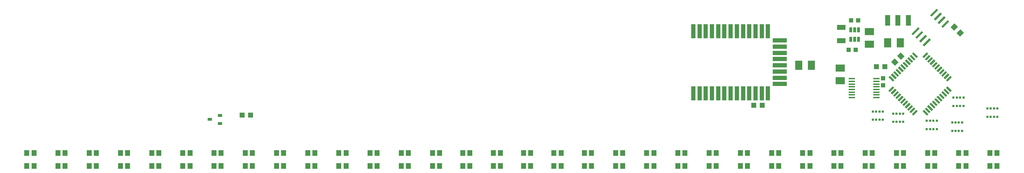
<source format=gtp>
G75*
G70*
%OFA0B0*%
%FSLAX24Y24*%
%IPPOS*%
%LPD*%
%AMOC8*
5,1,8,0,0,1.08239X$1,22.5*
%
%ADD10R,0.0197X0.0866*%
%ADD11R,0.0472X0.0512*%
%ADD12R,0.0700X0.0900*%
%ADD13R,0.0900X0.0700*%
%ADD14R,0.0220X0.0236*%
%ADD15R,0.0394X0.0315*%
%ADD16R,0.0472X0.0984*%
%ADD17R,0.0250X0.0500*%
%ADD18R,0.0591X0.0197*%
%ADD19R,0.0197X0.0591*%
%ADD20R,0.0787X0.0472*%
%ADD21R,0.0433X0.0394*%
%ADD22R,0.0630X0.0157*%
%ADD23R,0.0394X0.1378*%
%ADD24R,0.1378X0.0394*%
%ADD25R,0.0394X0.0433*%
%ADD26R,0.0472X0.0551*%
D10*
G36*
X085753Y019053D02*
X085892Y018914D01*
X085281Y018303D01*
X085142Y018442D01*
X085753Y019053D01*
G37*
G36*
X088569Y019748D02*
X088708Y019609D01*
X088097Y018998D01*
X087958Y019137D01*
X088569Y019748D01*
G37*
G36*
X088219Y020099D02*
X088358Y019960D01*
X087747Y019349D01*
X087608Y019488D01*
X088219Y020099D01*
G37*
G36*
X087865Y020453D02*
X088004Y020314D01*
X087393Y019703D01*
X087254Y019842D01*
X087865Y020453D01*
G37*
G36*
X087512Y020806D02*
X087651Y020667D01*
X087040Y020056D01*
X086901Y020195D01*
X087512Y020806D01*
G37*
G36*
X086106Y018699D02*
X086245Y018560D01*
X085634Y017949D01*
X085495Y018088D01*
X086106Y018699D01*
G37*
G36*
X086460Y018346D02*
X086599Y018207D01*
X085988Y017596D01*
X085849Y017735D01*
X086460Y018346D01*
G37*
G36*
X086813Y017992D02*
X086952Y017853D01*
X086341Y017242D01*
X086202Y017381D01*
X086813Y017992D01*
G37*
D11*
G36*
X089772Y018860D02*
X090105Y018527D01*
X089744Y018166D01*
X089411Y018499D01*
X089772Y018860D01*
G37*
G36*
X089206Y019426D02*
X089539Y019093D01*
X089178Y018732D01*
X088845Y019065D01*
X089206Y019426D01*
G37*
G36*
X083761Y016323D02*
X084094Y016656D01*
X084455Y016295D01*
X084122Y015962D01*
X083761Y016323D01*
G37*
G36*
X083195Y015757D02*
X083528Y016090D01*
X083889Y015729D01*
X083556Y015396D01*
X083195Y015757D01*
G37*
X082585Y015286D03*
X081785Y015286D03*
X070965Y011646D03*
X070165Y011646D03*
X022445Y010706D03*
X021645Y010706D03*
D12*
X074445Y015446D03*
X075645Y015446D03*
X082865Y017566D03*
X084065Y017566D03*
D13*
X081125Y017426D03*
X081125Y018626D03*
X078365Y015166D03*
X078365Y013966D03*
D14*
X089113Y012361D03*
X089428Y012361D03*
X089743Y012361D03*
X090057Y012361D03*
X090057Y011571D03*
X089743Y011571D03*
X089428Y011571D03*
X089113Y011571D03*
X092333Y011321D03*
X092648Y011321D03*
X092963Y011321D03*
X093277Y011321D03*
X093277Y010531D03*
X092963Y010531D03*
X092648Y010531D03*
X092333Y010531D03*
X089927Y010001D03*
X089613Y010001D03*
X089298Y010001D03*
X088983Y010001D03*
X087517Y010161D03*
X087203Y010161D03*
X086888Y010161D03*
X086573Y010161D03*
X084337Y010051D03*
X084023Y010051D03*
X083708Y010051D03*
X083393Y010051D03*
X082397Y010251D03*
X082083Y010251D03*
X081768Y010251D03*
X081453Y010251D03*
X083393Y010841D03*
X083708Y010841D03*
X084023Y010841D03*
X084337Y010841D03*
X082397Y011041D03*
X082083Y011041D03*
X081768Y011041D03*
X081453Y011041D03*
X086573Y009371D03*
X086888Y009371D03*
X087203Y009371D03*
X087517Y009371D03*
X088983Y009211D03*
X089298Y009211D03*
X089613Y009211D03*
X089927Y009211D03*
D15*
X019538Y009912D03*
X018554Y010286D03*
X019538Y010660D03*
D16*
X082861Y019703D03*
X083845Y019703D03*
X084829Y019703D03*
D17*
X080099Y018798D03*
X079725Y018798D03*
X079351Y018798D03*
X079351Y017893D03*
X079725Y017893D03*
X080099Y017893D03*
D18*
G36*
X086723Y016533D02*
X086307Y016117D01*
X086169Y016255D01*
X086585Y016671D01*
X086723Y016533D01*
G37*
G36*
X086946Y016310D02*
X086530Y015894D01*
X086392Y016032D01*
X086808Y016448D01*
X086946Y016310D01*
G37*
G36*
X087169Y016087D02*
X086753Y015671D01*
X086615Y015809D01*
X087031Y016225D01*
X087169Y016087D01*
G37*
G36*
X087391Y015865D02*
X086975Y015449D01*
X086837Y015587D01*
X087253Y016003D01*
X087391Y015865D01*
G37*
G36*
X087614Y015642D02*
X087198Y015226D01*
X087060Y015364D01*
X087476Y015780D01*
X087614Y015642D01*
G37*
G36*
X087837Y015419D02*
X087421Y015003D01*
X087283Y015141D01*
X087699Y015557D01*
X087837Y015419D01*
G37*
G36*
X088059Y015197D02*
X087643Y014781D01*
X087505Y014919D01*
X087921Y015335D01*
X088059Y015197D01*
G37*
G36*
X088282Y014974D02*
X087866Y014558D01*
X087728Y014696D01*
X088144Y015112D01*
X088282Y014974D01*
G37*
G36*
X088505Y014751D02*
X088089Y014335D01*
X087951Y014473D01*
X088367Y014889D01*
X088505Y014751D01*
G37*
G36*
X088728Y014528D02*
X088312Y014112D01*
X088174Y014250D01*
X088590Y014666D01*
X088728Y014528D01*
G37*
G36*
X088950Y014306D02*
X088534Y013890D01*
X088396Y014028D01*
X088812Y014444D01*
X088950Y014306D01*
G37*
G36*
X083717Y013081D02*
X083301Y012665D01*
X083163Y012803D01*
X083579Y013219D01*
X083717Y013081D01*
G37*
G36*
X083939Y012858D02*
X083523Y012442D01*
X083385Y012580D01*
X083801Y012996D01*
X083939Y012858D01*
G37*
G36*
X083494Y013304D02*
X083078Y012888D01*
X082940Y013026D01*
X083356Y013442D01*
X083494Y013304D01*
G37*
G36*
X084162Y012635D02*
X083746Y012219D01*
X083608Y012357D01*
X084024Y012773D01*
X084162Y012635D01*
G37*
G36*
X084385Y012413D02*
X083969Y011997D01*
X083831Y012135D01*
X084247Y012551D01*
X084385Y012413D01*
G37*
G36*
X084607Y012190D02*
X084191Y011774D01*
X084053Y011912D01*
X084469Y012328D01*
X084607Y012190D01*
G37*
G36*
X084830Y011967D02*
X084414Y011551D01*
X084276Y011689D01*
X084692Y012105D01*
X084830Y011967D01*
G37*
G36*
X085053Y011745D02*
X084637Y011329D01*
X084499Y011467D01*
X084915Y011883D01*
X085053Y011745D01*
G37*
G36*
X085276Y011522D02*
X084860Y011106D01*
X084722Y011244D01*
X085138Y011660D01*
X085276Y011522D01*
G37*
G36*
X085498Y011299D02*
X085082Y010883D01*
X084944Y011021D01*
X085360Y011437D01*
X085498Y011299D01*
G37*
G36*
X085721Y011076D02*
X085305Y010660D01*
X085167Y010798D01*
X085583Y011214D01*
X085721Y011076D01*
G37*
D19*
G36*
X086723Y010798D02*
X086585Y010660D01*
X086169Y011076D01*
X086307Y011214D01*
X086723Y010798D01*
G37*
G36*
X086946Y011021D02*
X086808Y010883D01*
X086392Y011299D01*
X086530Y011437D01*
X086946Y011021D01*
G37*
G36*
X087169Y011244D02*
X087031Y011106D01*
X086615Y011522D01*
X086753Y011660D01*
X087169Y011244D01*
G37*
G36*
X087391Y011467D02*
X087253Y011329D01*
X086837Y011745D01*
X086975Y011883D01*
X087391Y011467D01*
G37*
G36*
X087614Y011689D02*
X087476Y011551D01*
X087060Y011967D01*
X087198Y012105D01*
X087614Y011689D01*
G37*
G36*
X087837Y011912D02*
X087699Y011774D01*
X087283Y012190D01*
X087421Y012328D01*
X087837Y011912D01*
G37*
G36*
X088059Y012135D02*
X087921Y011997D01*
X087505Y012413D01*
X087643Y012551D01*
X088059Y012135D01*
G37*
G36*
X088282Y012357D02*
X088144Y012219D01*
X087728Y012635D01*
X087866Y012773D01*
X088282Y012357D01*
G37*
G36*
X088505Y012580D02*
X088367Y012442D01*
X087951Y012858D01*
X088089Y012996D01*
X088505Y012580D01*
G37*
G36*
X088728Y012803D02*
X088590Y012665D01*
X088174Y013081D01*
X088312Y013219D01*
X088728Y012803D01*
G37*
G36*
X088950Y013026D02*
X088812Y012888D01*
X088396Y013304D01*
X088534Y013442D01*
X088950Y013026D01*
G37*
G36*
X083717Y014250D02*
X083579Y014112D01*
X083163Y014528D01*
X083301Y014666D01*
X083717Y014250D01*
G37*
G36*
X083494Y014028D02*
X083356Y013890D01*
X082940Y014306D01*
X083078Y014444D01*
X083494Y014028D01*
G37*
G36*
X083939Y014473D02*
X083801Y014335D01*
X083385Y014751D01*
X083523Y014889D01*
X083939Y014473D01*
G37*
G36*
X084162Y014696D02*
X084024Y014558D01*
X083608Y014974D01*
X083746Y015112D01*
X084162Y014696D01*
G37*
G36*
X084385Y014919D02*
X084247Y014781D01*
X083831Y015197D01*
X083969Y015335D01*
X084385Y014919D01*
G37*
G36*
X084607Y015141D02*
X084469Y015003D01*
X084053Y015419D01*
X084191Y015557D01*
X084607Y015141D01*
G37*
G36*
X084830Y015364D02*
X084692Y015226D01*
X084276Y015642D01*
X084414Y015780D01*
X084830Y015364D01*
G37*
G36*
X085053Y015587D02*
X084915Y015449D01*
X084499Y015865D01*
X084637Y016003D01*
X085053Y015587D01*
G37*
G36*
X085276Y015809D02*
X085138Y015671D01*
X084722Y016087D01*
X084860Y016225D01*
X085276Y015809D01*
G37*
G36*
X085498Y016032D02*
X085360Y015894D01*
X084944Y016310D01*
X085082Y016448D01*
X085498Y016032D01*
G37*
G36*
X085721Y016255D02*
X085583Y016117D01*
X085167Y016533D01*
X085305Y016671D01*
X085721Y016255D01*
G37*
D20*
X078465Y017756D03*
X078465Y019016D03*
D21*
X079390Y019706D03*
X080060Y019706D03*
X079820Y016906D03*
X079150Y016906D03*
D22*
X079464Y014161D03*
X079464Y013905D03*
X079464Y013649D03*
X079464Y013393D03*
X079464Y013137D03*
X079464Y012881D03*
X079464Y012626D03*
X079464Y012370D03*
X081787Y012370D03*
X081787Y012626D03*
X081787Y012881D03*
X081787Y013137D03*
X081787Y013393D03*
X081787Y013649D03*
X081787Y013905D03*
X081787Y014161D03*
D23*
X071516Y012772D03*
X070925Y012772D03*
X070335Y012772D03*
X069744Y012772D03*
X069154Y012772D03*
X068563Y012772D03*
X067973Y012772D03*
X067382Y012772D03*
X066791Y012772D03*
X066201Y012772D03*
X065610Y012772D03*
X065020Y012772D03*
X064429Y012772D03*
X064429Y018678D03*
X065020Y018678D03*
X065610Y018678D03*
X066201Y018678D03*
X066791Y018678D03*
X067382Y018678D03*
X067973Y018678D03*
X068563Y018678D03*
X069154Y018678D03*
X069744Y018678D03*
X070335Y018678D03*
X070925Y018678D03*
X071516Y018678D03*
D24*
X072642Y017792D03*
X072642Y017201D03*
X072642Y016611D03*
X072642Y016020D03*
X072642Y015430D03*
X072642Y014839D03*
X072642Y014249D03*
X072642Y013658D03*
D25*
X082445Y013521D03*
X082445Y014190D03*
D26*
X001215Y005866D03*
X001885Y005866D03*
X004175Y005866D03*
X004845Y005866D03*
X007135Y005866D03*
X007805Y005866D03*
X010095Y005866D03*
X010765Y005866D03*
X013055Y005866D03*
X013725Y005866D03*
X016015Y005866D03*
X016685Y005866D03*
X018975Y005866D03*
X019645Y005866D03*
X021935Y005866D03*
X022605Y005866D03*
X024895Y005866D03*
X025565Y005866D03*
X027855Y005866D03*
X028525Y005866D03*
X030815Y005866D03*
X031485Y005866D03*
X033775Y005866D03*
X034445Y005866D03*
X036735Y005866D03*
X037405Y005866D03*
X039695Y005866D03*
X040365Y005866D03*
X042575Y005866D03*
X043245Y005866D03*
X045455Y005866D03*
X046125Y005866D03*
X048335Y005866D03*
X049005Y005866D03*
X051215Y005866D03*
X051885Y005866D03*
X054095Y005866D03*
X054765Y005866D03*
X057055Y005866D03*
X057725Y005866D03*
X060015Y005866D03*
X060685Y005866D03*
X062975Y005866D03*
X063645Y005866D03*
X065935Y005866D03*
X066605Y005866D03*
X068895Y005866D03*
X069565Y005866D03*
X071855Y005866D03*
X072525Y005866D03*
X074815Y005866D03*
X075485Y005866D03*
X077775Y005866D03*
X078445Y005866D03*
X080735Y005866D03*
X081405Y005866D03*
X083695Y005866D03*
X084365Y005866D03*
X086655Y005866D03*
X087325Y005866D03*
X089615Y005866D03*
X090285Y005866D03*
X092575Y005866D03*
X093245Y005866D03*
X093245Y007106D03*
X092575Y007106D03*
X090285Y007106D03*
X089615Y007106D03*
X087325Y007106D03*
X086655Y007106D03*
X084365Y007106D03*
X083695Y007106D03*
X081405Y007106D03*
X080735Y007106D03*
X078445Y007106D03*
X077775Y007106D03*
X075485Y007106D03*
X074815Y007106D03*
X072525Y007106D03*
X071855Y007106D03*
X069565Y007106D03*
X068895Y007106D03*
X066605Y007106D03*
X065935Y007106D03*
X063645Y007106D03*
X062975Y007106D03*
X060685Y007106D03*
X060015Y007106D03*
X057725Y007106D03*
X057055Y007106D03*
X054765Y007106D03*
X054095Y007106D03*
X051885Y007106D03*
X051215Y007106D03*
X049005Y007106D03*
X048335Y007106D03*
X046125Y007106D03*
X045455Y007106D03*
X043245Y007106D03*
X042575Y007106D03*
X040365Y007106D03*
X039695Y007106D03*
X037405Y007106D03*
X036735Y007106D03*
X034445Y007106D03*
X033775Y007106D03*
X031485Y007106D03*
X030815Y007106D03*
X028525Y007106D03*
X027855Y007106D03*
X025565Y007106D03*
X024895Y007106D03*
X022605Y007106D03*
X021935Y007106D03*
X019645Y007106D03*
X018975Y007106D03*
X016685Y007106D03*
X016015Y007106D03*
X013725Y007106D03*
X013055Y007106D03*
X010765Y007106D03*
X010095Y007106D03*
X007805Y007106D03*
X007135Y007106D03*
X004845Y007106D03*
X004175Y007106D03*
X001885Y007106D03*
X001215Y007106D03*
M02*

</source>
